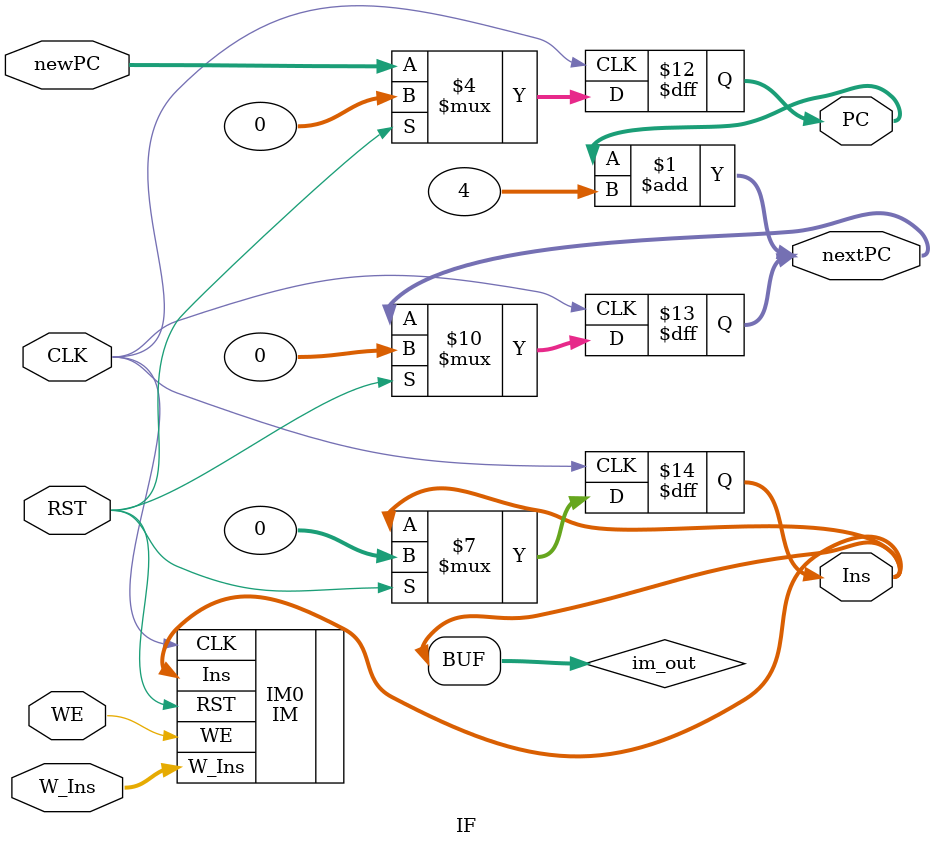
<source format=v>
module IF (CLK, RST, newPC, PC, W_Ins, WE, nextPC, Ins);
input CLK, RST, WE;
input[31:0] newPC, W_Ins;
output reg[31:0] PC, nextPC, Ins;

wire[31:0] im_out;

assign nextPC = PC + 32'd4;
assign Ins = im_out;

always @(posedge CLK)
begin
    if (RST)
    begin
        PC <= 32'd0;
        nextPC <= 32'd0;
        Ins <= 32'd0;
    end
    else
        PC <= newPC;
end

IM IM0(.CLK(CLK), .RST(RST), .WE(WE), .W_Ins(W_Ins), .Ins(im_out));

endmodule

</source>
